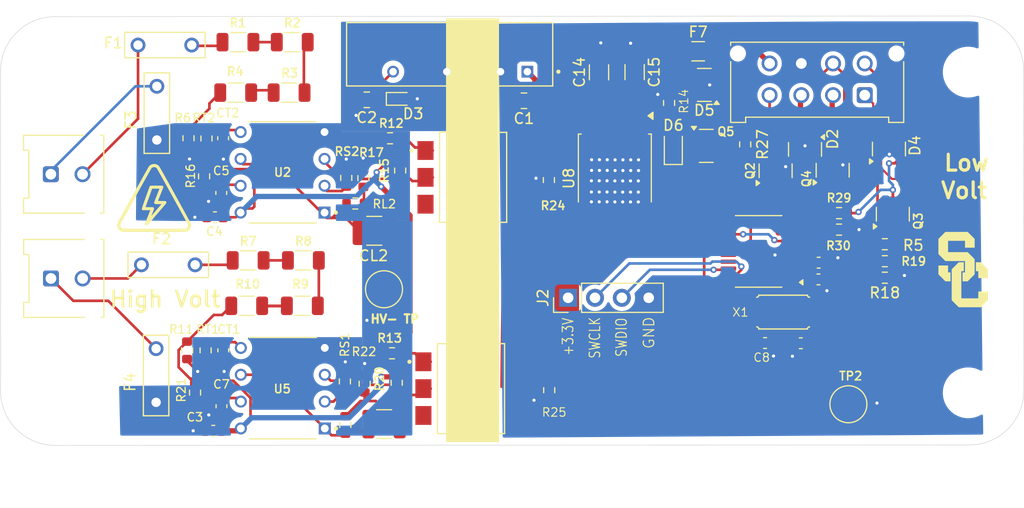
<source format=kicad_pcb>
(kicad_pcb (version 20241229) (generator "pcbnew") (generator_version "9.0")
  (layers (0 "F.Cu" signal) (2 "B.Cu" signal) (13 "F.Paste" user) (15 "B.Paste" user) (5 "F.SilkS" user "F.Silkscreen") (7 "B.SilkS" user "B.Silkscreen") (1 "F.Mask" user) (3 "B.Mask" user) (25 "Edge.Cuts" user))
  (net 0 "")
  (net 1 "Net-(R3-Pad2)")
  (net 2 "Net-(R16-Pad1)")
  (net 3 "Net-(R2-Pad2)")
  (net 4 "Net-(R1-Pad2)")
  (net 5 "/HV+_postAIR")
  (net 6 "SDCin")
  (net 7 "Net-(R7-Pad2)")
  (net 8 "/HV+_preAIR")
  (net 9 "Net-(R8-Pad2)")
  (net 10 "Net-(R10-Pad1)")
  (net 11 "CHG")
  (net 12 "Net-(R10-Pad2)")
  (net 13 "12V_HV")
  (net 14 "Net-(R13-Pad2)")
  (net 15 "AIR+_en")
  (net 16 "HV-")
  (net 17 "Net-(R12-Pad2)")
  (net 18 "Net-(U2-FOUT)")
  (net 19 "Pre_en_gate")
  (net 20 "Net-(U2-RC)")
  (net 21 "Net-(U5-RC)")
  (net 22 "Net-(U2-IREF)")
  (net 23 "Net-(U5-IREF)")
  (net 24 "Net-(U2-IOUT)")
  (net 25 "Net-(U5-IOUT)")
  (net 26 "Net-(U2-COMPIN)")
  (net 27 "AIR+_en_gate")
  (net 28 "GLV+")
  (net 29 "f_preAIR")
  (net 30 "f_postAIR")
  (net 31 "Net-(U5-COMPIN)")
  (net 32 "Net-(U5-FOUT)")
  (net 33 "Pre_en")
  (net 34 "GLV-")
  (net 35 "Precharge_Fault")
  (net 36 "Net-(Molex1-Pin_1)")
  (net 37 "Net-(Molex1-Pin_2)")
  (net 38 "Net-(Molex2-Pin_2)")
  (net 39 "Net-(Molex2-Pin_1)")
  (net 42 "Net-(CL2-Pad2)")
  (net 43 "Net-(CL1-Pad2)")
  (net 44 "Net-(U7-PC14)")
  (net 45 "Net-(U7-PC15)")
  (net 46 "3.3 V")
  (net 47 "Pre_GLV+")
  (net 48 "SWCLK")
  (net 50 "SWDIO")
  (net 51 "Net-(U7-PA5)")
  (net 53 "unconnected-(U7-PA8-Pad15)")
  (net 56 "Net-(U7-PA3)")
  (net 57 "Charge_on")
  (net 58 "Net-(Q5-G)")
  (net 59 "Net-(J1-Pin_8)")
  (net 61 "Net-(U7-PA2)")
  (footprint "Resistor_SMD:R_0603_1608Metric" (layer "F.Cu") (at 181.62 129.01)
    (property "Reference" "R29")
    (property "Value" "33k")
  )
  (footprint "Capacitor_SMD:C_0603_1608Metric" (layer "F.Cu") (at 122.4175 149.6025 180)
    (property "Reference" "C3")
    (property "Value" "100nF")
  )
  (footprint "Package_TO_SOT_SMD:SOT-23" (layer "F.Cu") (at 175.6175 125.0025 90)
    (property "Reference" "Q2")
    (property "Value" "AO3400A")
  )
  (footprint "TestPoint:TestPoint_Pad_D3.0mm" (layer "F.Cu") (at 182.505 147.09)
    (property "Reference" "TP2")
    (property "Value" "TestPoint")
  )
  (footprint "footprints:CONV_TBA_1-1212E" (layer "F.Cu") (at 144.78 113.98 180)
    (property "Reference" "PS1" (hide yes))
    (property "Value" "TBA_1-1212E")
  )
  (footprint "Capacitor_SMD:C_0603_1608Metric" (layer "F.Cu") (at 123.175 127.1 -90)
    (property "Reference" "C5")
    (property "Value" "100nF")
  )
  (footprint "Resistor_SMD:R_0603_1608Metric" (layer "F.Cu") (at 139.77 145.06 -90)
    (property "Reference" "R20")
    (property "Value" "10k")
  )
  (footprint "Capacitor_SMD:C_0603_1608Metric" (layer "F.Cu") (at 123.1925 147.2775 -90)
    (property "Reference" "C7")
    (property "Value" "100nF")
  )
  (footprint "Capacitor_SMD:C_0603_1608Metric" (layer "F.Cu") (at 179.69 133.7)
    (property "Reference" "C9" (hide yes))
    (property "Value" "100nF")
  )
  (footprint "HV_Fuse:FUSE_BK_PCS" (layer "F.Cu") (at 117.01 144.37 90)
    (property "Reference" "F4")
    (property "Value" "750mA")
  )
  (footprint "Package_TO_SOT_SMD:SOT-23" (layer "F.Cu") (at 186.7075 129.11 90)
    (property "Reference" "Q3")
    (property "Value" "AO3401A")
  )
  (footprint "Resistor_SMD:R_0603_1608Metric" (layer "F.Cu") (at 136.625 125.7 90)
    (property "Reference" "R17")
    (property "Value" "47")
  )
  (footprint "Resistor_SMD:R_0603_1608Metric" (layer "F.Cu") (at 119.9425 141.99 -90)
    (property "Reference" "R11")
    (property "Value" "25k")
  )
  (footprint "HV_Fuse:FUSE_BK_PCS" (layer "F.Cu") (at 117.08 119.55 90)
    (property "Reference" "F3")
    (property "Value" "750mA")
  )
  (footprint "MountingHole:MountingHole_4.3mm_M4" (layer "F.Cu") (at 193.84 146.01)
    (property "Reference" "H4" (hide yes))
    (property "Value" "MountingHole")
  )
  (footprint "Package_TO_SOT_SMD:SOT-23" (layer "F.Cu") (at 181.015 124.9525 90)
    (property "Reference" "Q4")
    (property "Value" "AO3400A")
  )
  (footprint "Capacitor_SMD:C_1210_3225Metric" (layer "F.Cu") (at 137.65 130.68)
    (property "Reference" "CL2")
    (property "Value" "ECPU1C105MA5")
  )
  (footprint "Capacitor_SMD:C_0805_2012Metric" (layer "F.Cu") (at 136.94 118.29 180)
    (property "Reference" "C2")
    (property "Value" "0.47uF")
  )
  (footprint "Resistor_SMD:R_0603_1608Metric" (layer "F.Cu") (at 165.54 118.59 90)
    (property "Reference" "R14")
    (property "Value" "47k")
  )
  (footprint "Package_TO_SOT_SMD:SOT-23" (layer "F.Cu") (at 178.4 122.9825 -90)
    (property "Reference" "D2")
    (property "Value" "MMBZxx")
  )
  (footprint "Resistor_SMD:R_1206_3216Metric" (layer "F.Cu") (at 125.7175 133.48)
    (property "Reference" "R7")
    (property "Value" "210k")
  )
  (footprint "MountingHole:MountingHole_4.3mm_M4" (layer "F.Cu") (at 193.84 115.67)
    (property "Reference" "H2" (hide yes))
    (property "Value" "MountingHole")
  )
  (footprint "Resistor_SMD:R_0603_1608Metric" (layer "F.Cu") (at 154.17 125.88 -90)
    (property "Reference" "R24")
    (property "Value" "1k")
  )
  (footprint "LOGO" (layer "F.Cu") (at 193.35 134.35)
    (property "Reference" "G***" (hide yes))
    (property "Value" "LOGO" (hide yes))
  )
  (footprint "Package_TO_SOT_SMD:SOT-23" (layer "F.Cu") (at 168.8725 116.88 180)
    (property "Reference" "D5")
    (property "Value" "MMBZxx")
  )
  (footprint "HV_Fuse:FUSE_BK_PCS" (layer "F.Cu") (at 118.16 133.9)
    (property "Reference" "F2")
    (property "Value" "750mA")
  )
  (footprint "footprints:DIP794W45P254L959H508Q8" (layer "F.Cu") (at 128.975 125.15 180)
    (property "Reference" "U2")
    (property "Value" "LM331")
  )
  (footprint "Capacitor_SMD:C_0603_1608Metric" (layer "F.Cu") (at 179.67 135.28 180)
    (property "Reference" "C10" (hide yes))
    (property "Value" "4.7uF")
  )
  (footprint "Resistor_SMD:R_0603_1608Metric" (layer "F.Cu") (at 121.775 121.95 -90)
    (property "Reference" "RT2")
    (property "Value" "0603WAF6801T5E")
  )
  (footprint "Resistor_SMD:R_0603_1608Metric" (layer "F.Cu") (at 172.74 122.51 90)
    (property "Reference" "R27")
    (property "Value" "47")
  )
  (footprint "Resistor_SMD:R_1206_3216Metric" (layer "F.Cu") (at 130.9425 133.48)
    (property "Reference" "R8")
    (property "Value" "210k")
  )
  (footprint "Resistor_SMD:R_1206_3216Metric" (layer "F.Cu") (at 124.7525 112.835)
    (property "Reference" "R1")
    (property "Value" "210k")
  )
  (footprint "Diode_SMD:D_SOD-523" (layer "F.Cu") (at 140.05 118.2)
    (property "Reference" "D3")
    (property "Value" "PESD15VS1UB")
  )
  (footprint "Resistor_SMD:R_0603_1608Metric" (layer "F.Cu") (at 139.14 121.93)
    (property "Reference" "R12")
    (property "Value" "4.7k")
  )
  (footprint "Resistor_SMD:R_0603_1608Metric" (layer "F.Cu") (at 181.62 130.57 180)
    (property "Reference" "R30")
    (property "Value" "10k")
  )
  (footprint "Diode_SMD:D_SOD-323" (layer "F.Cu") (at 165.94 122.8 90)
    (property "Reference" "D6")
    (property "Value" "BZT52C10S")
  )
  (footprint "Capacitor_SMD:C_0603_1608Metric" (layer "F.Cu") (at 174.62 141.3 180)
    (property "Reference" "C8")
    (property "Value" "20pF")
  )
  (footprint "Resistor_SMD:R_0603_1608Metric" (layer "F.Cu") (at 120.075 121.925 -90)
    (property "Reference" "R6")
    (property "Value" "25k")
  )
  (footprint "Resistor_SMD:R_1206_3216Metric" (layer "F.Cu") (at 125.58 137.78 180)
    (property "Reference" "R10")
    (property "Value" "210k")
  )
  (footprint "Resistor_SMD:R_0603_1608Metric" (layer "F.Cu") (at 134.91 149.05 90)
    (property "Reference" "RL1" (hide yes))
    (property "Value" "RC0603FR-07100KL")
  )
  (footprint "Resistor_SMD:R_0603_1608Metric" (layer "F.Cu") (at 120.6925 145.99 -90)
    (property "Reference" "R21")
    (property "Value" "100k")
  )
  (footprint "Resistor_SMD:R_1206_3216Metric" (layer "F.Cu") (at 129.59 117.61 180)
    (property "Reference" "R3")
    (property "Value" "210k")
  )
  (footprint "Capacitor_SMD:C_1206_3216Metric" (layer "F.Cu") (at 158.91 115.69 90)
    (property "Reference" "C14")
    (property "Value" "10uF")
  )
  (footprint "Capacitor_SMD:C_0603_1608Metric" (layer "F.Cu") (at 123.3675 141.99 -90)
    (property "Reference" "CT1")
    (property "Value" "C1608C0G1H103JT000N")
  )
  (footprint "Capacitor_SMD:C_0603_1608Metric" (layer "F.Cu") (at 122.575 129.4 180)
    (property "Reference" "C4")
    (property "Value" "100nF")
  )
  (footprint "Package_TO_SOT_SMD:SOT-23" (layer "F.Cu") (at 169.0525 122.65)
    (property "Reference" "Q5")
    (property "Value" "AO3401A")
  )
  (footprint "Resistor_SMD:R_0603_1608Metric" (layer "F.Cu") (at 154.2 145.76 -90)
    (property "Reference" "R25")
    (property "Value" "1k")
  )
  (footprint "Capacitor_SMD:C_0603_1608Metric" (layer "F.Cu") (at 178 141.32)
    (property "Reference" "C6" (hide yes))
    (property "Value" "20pF")
  )
  (footprint "Resistor_SMD:R_0603_1608Metric" (layer "F.Cu") (at 135 125.675 -90)
    (property "Reference" "RS2")
    (property "Value" "0603WAF1202T5E")
  )
  (footprint "LOGO" (layer "F.Cu") (at 116.82 127.57)
    (property "Reference" "G***" (hide yes))
    (property "Value" "LOGO" (hide yes))
  )
  (footprint "MountingHole:MountingHole_4.3mm_M4" (layer "F.Cu") (at 107.39 115.67)
    (property "Reference" "H1" (hide yes))
    (property "Value" "MountingHole")
  )
  (footprint "Capacitor_SMD:C_1206_3216Metric" (layer "F.Cu") (at 162.28 115.67 -90)
    (property "Reference" "C15")
    (property "Value" "10uF")
  )
  (footprint "Resistor_SMD:R_0603_1608Metric" (layer "F.Cu") (at 121.55 125.525 -90)
    (property "Reference" "R16")
    (property "Value" "100k")
  )
  (footprint "Resistor_SMD:R_0603_1608Metric" (layer "F.Cu") (at 185.95 133.56)
    (property "Reference" "R19")
    (property "Value" "33k")
  )
  (footprint "Resistor_SMD:R_0603_1608Metric" (layer "F.Cu") (at 185.95 135.12 180)
    (property "Reference" "R18")
    (property "Value" "10k")
  )
  (footprint "Resistor_SMD:R_1206_3216Metric" (layer "F.Cu") (at 129.89 112.835)
    (property "Reference" "R2")
    (property "Value" "210k")
  )
  (footprint "TestPoint:TestPoint_Pad_D3.0mm" (layer "F.Cu") (at 138.57 136.21)
    (property "Reference" "TP1" (hide yes))
    (property "Value" "TestPoint")
  )
  (footprint "Resistor_SMD:R_1206_3216Metric" (layer "F.Cu") (at 130.8425 137.78 180)
    (property "Reference" "R9")
    (property "Value" "210k")
  )
  (footprint "Package_TO_SOT_SMD:SOT-23" (layer "F.Cu") (at 186.34 122.95 90)
    (property "Reference" "D4")
    (property "Value" "MMBZxx")
  )
  (footprint "Connector_Molex:Molex_Micro-Fit_3.0_43045-0212_2x01_P3.00mm_Vertical" (layer "F.Cu") (at 107.06 135.19 90)
    (property "Reference" "Molex2" (hide yes))
    (property "Value" "043045-0212")
  )
  (footprint "Resistor_SMD:R_0603_1608Metric" (layer "F.Cu") (at 135.85 128.1)
    (property "Reference" "RL2")
    (property "Value" "RC0603FR-07100KL")
  )
  (footprint "MountingHole:MountingHole_4.3mm_M4" (layer "F.Cu") (at 107.39 146.01)
    (property "Reference" "H3" (hide yes))
    (property "Value" "MountingHole")
  )
  (footprint "Package_TO_SOT_SMD:TO-252-2" (layer "F.Cu") (at 160.4075 124.84 -90)
    (property "Reference" "U8")
    (property "Value" "UA78M33QDCYRQ1")
  )
  (footprint "Resistor_SMD:R_0603_1608Metric" (layer "F.Cu") (at 134.87 144.93 -90)
    (property "Reference" "RS1")
    (property "Value" "0603WAF1202T5E")
  )
  (footprint "Resistor_SMD:R_0603_1608Metric" (layer "F.Cu") (at 185.95 131.95 180)
    (property "Reference" "R5")
    (property "Value" "10k")
  )
  (footprint "Package_SO:TSSOP-20_4.4x6.5mm_P0.65mm" (layer "F.Cu") (at 174.0125 132.63 180)
    (property "Reference" "U7" (hide yes))
    (property "Value" "STM32C011F6P6")
  )
  (footprint "Resistor_SMD:R_0603_1608Metric" (layer "F.Cu") (at 139.33 142.27)
    (property "Reference" "R13")
    (property "Value" "4.7k")
  )
  (footprint "Capacitor_SMD:C_1210_3225Metric" (layer "F.Cu") (at 138.5775 148.97)
    (property "Reference" "CL1" (hide yes))
    (property "Value" "ECPU1C105MA5")
  )
  (footprint "HV_Fuse:FUSE_BK_PCS" (layer "F.Cu") (at 117.84 113.11)
    (property "Reference" "F1")
    (property "Value" "750mA")
  )
  (footprint "Resistor_SMD:R_0603_1608Metric" (layer "F.Cu") (at 136.74 145.15 90)
    (property "Reference" "R22")
    (property "Value" "47")
  )
  (footprint "Connector_Molex:Molex_Micro-Fit_3.0_43045-0812_2x04_P3.00mm_Vertical" (layer "F.Cu") (at 184.05 117.85 180)
    (property "Reference" "J1" (hide yes))
    (property "Value" "0430450812")
  )
  (footprint "Fuse:Fuse_1206_3216Metric_Pad1.42x1.75mm_HandSolder" (layer "F.Cu") (at 168.29 113.7)
    (property "Reference" "F7")
    (property "Value" "BORN SMD1206-050/30N")
  )
  (footprint "Capacitor_SMD:C_0603_1608Metric" (layer "F.Cu") (at 123.35 121.925 -90)
    (property "Reference" "CT2")
    (property "Value" "C1608C0G1H103JT000N")
  )
  (footprint "Crystal_Oscillator:OSCCC500X320X135" (layer "F.Cu") (at 176.33 138.37)
    (property "Reference" "X1")
    (property "Value" "X50328MSB2GI")
  )
  (footprint "Precharge:IC_H11L1SM" (layer "F.Cu") (at 146.8025 145.6125)
    (property "Reference" "U4")
    (property "Value" "H11L1")
  )
  (footprint "Connector_Molex:Molex_Micro-Fit_3.0_43045-0212_2x01_P3.00mm_Vertical" (layer "F.Cu") (at 107.05 125.33 90)
    (property "Reference" "Molex1" (hide yes))
    (property "Value" "043045-0212")
  )
  (footprint "Precharge:IC_H11L1SM" (layer "F.Cu") (at 147 125.625)
    (property "Reference" "U1")
    (property "Value" "H11L1")
  )
  (footprint "Resistor_SMD:R_0603_1608Metric" (layer "F.Cu") (at 121.6925 141.99 -90)
    (property "Reference" "RT1")
    (property "Value" "0603WAF6801T5E")
  )
  (footprint "Resistor_SMD:R_1206_3216Metric" (layer "F.Cu") (at 124.54 117.61 180)
    (property "Reference" "R4")
    (property "Value" "210k")
  )
  (footprint "Connector_PinHeader_2.54mm:PinHeader_1x04_P2.54mm_Vertical" (layer "F.Cu") (at 155.99 137.02 90)
    (property "Reference" "J2")
    (property "Value" "Conn_01x04_Pin")
  )
  (footprint "footprints:DIP794W45P254L959H508Q8" (layer "F.Cu") (at 128.9975 145.57 180)
    (property "Reference" "U5")
    (property "Value" "LM331")
  )
  (footprint "Capacitor_SMD:C_0805_2012Metric" (layer "F.Cu") (at 151.81 118.38 180)
    (property "Reference" "C1")
    (property "Value" "22uF")
  )
  (footprint "Resistor_SMD:R_0603_1608Metric" (layer "F.Cu") (at 140.1 124.98 -90)
    (property "Reference" "R15")
    (property "Value" "10k")
  )
  (gr_rect (start 144.4875 110.63) (end 149.4 150.62) (stroke (width 0.1)) (fill yes) (layer "F.SilkS"))
  (gr_line (start 107.439058 150.979529) (end 193.959529 150.939529) (stroke (width 0.05)) (layer "Edge.Cuts"))
  (gr_line (start 193.950471 110.359529) (end 107.44 110.42) (stroke (width 0.05)) (layer "Edge.Cuts"))
  (gr_arc (start 107.439058 150.979529) (mid 103.804521 149.474066) (end 102.299058 145.839529) (stroke (width 0.05)) (layer "Edge.Cuts"))
  (gr_arc (start 199.099529 145.799529) (mid 197.594066 149.434066) (end 193.959529 150.939529) (stroke (width 0.05)) (layer "Edge.Cuts"))
  (gr_arc (start 102.294529 115.564529) (mid 103.8 111.93) (end 107.434529 110.424529) (stroke (width 0.05)) (layer "Edge.Cuts"))
  (gr_line (start 199.099529 145.799529) (end 199.085 115.504058) (stroke (width 0.05)) (layer "Edge.Cuts"))
  (gr_arc (start 193.945 110.364058) (mid 197.579529 111.869529) (end 199.085 115.504058) (stroke (width 0.05)) (layer "Edge.Cuts"))
  (gr_line (start 102.294529 115.564529) (end 102.299058 145.839529) (stroke (width 0.05)) (layer "Edge.Cuts"))
  (gr_text "High Volt" (at 112.48 138.03 0) (layer "F.SilkS") (effects (font (size 1.5 1.5) (thickness 0.25)) (justify left bottom)))
  (gr_text "+3.3V" (at 156.56 142.55 90) (layer "F.SilkS") (effects (font (size 1 0.8) (thickness 0.1)) (justify left bottom)))
  (gr_text "GND" (at 164.22 141.92 90) (layer "F.SilkS") (effects (font (size 1 1) (thickness 0.1)) (justify left bottom)))
  (gr_text "SWCLK" (at 159.1 142.83 90) (layer "F.SilkS") (effects (font (size 1 0.8) (thickness 0.1)) (justify left bottom)))
  (gr_text "Low" (at 191.4 125.14 0) (layer "F.SilkS") (effects (font (size 1.5 1.5) (thickness 0.3)) (justify left bottom)))
  (gr_text "SWDIO\n" (at 161.62 142.67 90) (layer "F.SilkS") (effects (font (size 1 0.8) (thickness 0.1)) (justify left bottom)))
  (gr_text "Volt" (at 191.11 127.75 0) (layer "F.SilkS") (effects (font (size 1.5 1.5) (thickness 0.3)) (justify left bottom)))
  (gr_text "HV- TP" (at 137.19 139.49 0) (layer "F.SilkS") (effects (font (size 0.8 0.8) (thickness 0.2) (bold yes)) (justify left bottom)))
  (segment (start 126.165 117.385) (end 128.4275 117.385) (width 0.25) (layer "F.Cu") (net 1))
  (segment (start 120.075 121.1) (end 122.0525 119.1225) (width 0.25) (layer "F.Cu") (net 2))
  (segment (start 120.1 124.7) (end 118.9 123.5) (width 0.25) (layer "F.Cu") (net 2))
  (segment (start 119.625 121.1) (end 120.075 121.1) (width 0.25) (layer "F.Cu") (net 2))
  (segment (start 118.9 123.5) (end 118.9 121.825) (width 0.25) (layer "F.Cu") (net 2))
  (segment (start 118.9 121.825) (end 119.625 121.1) (width 0.25) (layer "F.Cu") (net 2))
  (segment (start 121.55 124.7) (end 120.1 124.7) (width 0.25) (layer "F.Cu") (net 2))
  (segment (start 122.0525 118.635) (end 122.0525 119.1225) (width 0.25) (layer "F.Cu") (net 2))
  (segment (start 123.0775 117.61) (end 122.0525 118.635) (width 0.25) (layer "F.Cu") (net 2))
  (segment (start 130.99 117.31) (end 131.065 117.385) (width 0.25) (layer "F.Cu") (net 3))
  (segment (start 130.99 112.835) (end 130.99 117.31) (width 0.25) (layer "F.Cu") (net 3))
  (segment (start 126.215 112.835) (end 128.4275 112.835) (width 0.25) (layer "F.Cu") (net 4))
  (segment (start 120.515 113.185) (end 122.94 113.185) (width 0.25) (layer "F.Cu") (net 5))
  (segment (start 187.6575 130.0475) (end 186.775 130.93) (width 0.2) (layer "F.Cu") (net 6))
  (segment (start 185.39 123.8875) (end 185.599 124.0965) (width 0.2) (layer "F.Cu") (net 6))
  (segment (start 187.801 126.571057) (end 187.801 129.014) (width 0.2) (layer "F.Cu") (net 6))
  (segment (start 187.801 129.014) (end 187.6575 129.1575) (width 0.2) (layer "F.Cu") (net 6))
  (segment (start 184.85 118.65) (end 184.85 121.233032) (width 0.2) (layer "F.Cu") (net 6))
  (segment (start 184.85 121.233032) (end 185.41 121.793032) (width 0.2) (layer "F.Cu") (net 6))
  (segment (start 186.775 130.93) (end 186.775 133.56) (width 0.2) (layer "F.Cu") (net 6))
  (segment (start 185.599 124.0965) (end 185.599 124.749) (width 0.2) (layer "F.Cu") (net 6))
  (segment (start 185.41 121.793032) (end 185.41 123.693032) (width 0.2) (layer "F.Cu") (net 6))
  (segment (start 187.6575 129.1575) (end 187.6575 130.0475) (width 0.2) (layer "F.Cu") (net 6))
  (segment (start 186.63 125.78) (end 187.009943 125.78) (width 0.2) (layer "F.Cu") (net 6))
  (segment (start 184.05 117.85) (end 184.85 118.65) (width 0.2) (layer "F.Cu") (net 6))
  (segment (start 187.009943 125.78) (end 187.801 126.571057) (width 0.2) (layer "F.Cu") (net 6))
  (segment (start 185.599 124.749) (end 186.63 125.78) (width 0.2) (layer "F.Cu") (net 6))
  (segment (start 127.18 133.48) (end 129.48 133.48) (width 0.25) (layer "F.Cu") (net 7))
  (segment (start 120.7 133.9) (end 123.835 133.9) (width 0.25) (layer "F.Cu") (net 8))
  (segment (start 123.835 133.9) (end 124.255 133.48) (width 0.25) (layer "F.Cu") (net 8))
  (segment (start 132.405 137.68) (end 132.305 137.78) (width 0.25) (layer "F.Cu") (net 9))
  (segment (start 132.405 133.48) (end 132.405 137.68) (width 0.25) (layer "F.Cu") (net 9))
  (segment (start 127.655 137.805) (end 129.355 137.805) (width 0.25) (layer "F.Cu") (net 10))
  (segment (start 127.0425 137.78) (end 129.38 137.78) (width 0.25) (layer "F.Cu") (net 10))
  (segment (start 129.355 137.805) (end 129.38 137.78) (width 0.25) (layer "F.Cu") (net 10))
  (segment (start 186.8775 124.3) (end 186.35 124.3) (width 0.25) (layer "F.Cu") (net 11))
  (segment (start 183.35 129.01) (end 183.46 128.9) (width 0.25) (layer "F.Cu") (net 11))
  (segment (start 187.31 118.11) (end 187.31 123.693032) (width 0.25) (layer "F.Cu") (net 11))
  (segment (start 186.71 126.81) (end 186.71 127.28) (width 0.25) (layer "F.Cu") (net 11))
  (segment (start 187.29 123.8875) (end 186.8775 124.3) (width 0.25) (layer "F.Cu") (net 11))
  (segment (start 184.05 114.85) (end 187.31 118.11) (width 0.25) (layer "F.Cu") (net 11))
  (segment (start 182.445 129.01) (end 183.35 129.01) (width 0.25) (layer "F.Cu") (net 11))
  (segment (start 186.71 127.28) (end 186.7075 127.2825) (width 0.25) (layer "F.Cu") (net 11))
  (segment (start 186.7075 127.2825) (end 186.7075 128.1725) (width 0.25) (layer "F.Cu") (net 11))
  (via (at 183.46 128.9) (size 0.6) (drill 0.3) (layers "F.Cu" "B.Cu") (net 11))
  (via (at 186.71 126.81) (size 0.6) (drill 0.3) (layers "F.Cu" "B.Cu") (net 11))
  (via (at 186.35 124.3) (size 0.6) (drill 0.3) (layers "F.Cu" "B.Cu") (net 11))
  (segment (start 186.35 125.97) (end 186.35 124.3) (width 0.25) (layer "B.Cu") (net 11))
  (segment (start 185.55 126.81) (end 186.71 126.81) (width 0.25) (layer "B.Cu") (net 11))
  (segment (start 183.46 128.9) (end 185.55 126.81) (width 0.25) (layer "B.Cu") (net 11))
  (segment (start 186.71 126.33) (end 186.35 125.97) (width 0.25) (layer "B.Cu") (net 11))
  (segment (start 186.71 126.81) (end 186.71 126.33) (width 0.25) (layer "B.Cu") (net 11))
  (segment (start 120.6925 144.665) (end 120.2175 144.665) (width 0.25) (layer "F.Cu") (net 12))
  (segment (start 123.255 138.6425) (end 124.1175 137.78) (width 0.25) (layer "F.Cu") (net 12))
  (segment (start 120.5425 144.99) (end 120.5425 145.015) (width 0.25) (layer "F.Cu") (net 12))
  (segment (start 119.1425 143.59) (end 120.5425 144.99) (width 0.25) (layer "F.Cu") (net 12))
  (segment (start 119.1425 141.965) (end 119.9425 141.165) (width 0.25) (layer "F.Cu") (net 12))
  (segment (start 119.9425 141.165) (end 122.465 138.6425) (width 0.25) (layer "F.Cu") (net 12))
  (segment (start 122.465 138.6425) (end 123.255 138.6425) (width 0.25) (layer "F.Cu") (net 12))
  (segment (start 120.5425 145.015) (end 120.6925 145.165) (width 0.25) (layer "F.Cu") (net 12))
  (segment (start 119.1425 143.59) (end 119.1425 141.965) (width 0.25) (layer "F.Cu") (net 12))
  (segment (start 121.775 123.375) (end 123.25 124.85) (width 0.25) (layer "F.Cu") (net 13))
  (segment (start 126.12 128.57) (end 125.395 128.57) (width 0.25) (layer "F.Cu") (net 13))
  (segment (start 140.490196 140.284804) (end 141.030196 140.284804) (width 0.5) (layer "F.Cu") (net 13))
  (segment (start 123.3425 144.865) (end 124.311151 144.865) (width 0.25) (layer "F.Cu") (net 13))
  (segment (start 137.9775 117.0825) (end 139.43 115.63) (width 0.25) (layer "F.Cu") (net 13))
  (segment (start 140.1 124.155) (end 138.87 124.155) (width 0.25) (layer "F.Cu") (net 13))
  (segment (start 138.3 126.5) (end 141.030196 129.230196) (width 0.5) (layer "F.Cu") (net 13))
  (segment (start 123.35 129.4) (end 124.565 129.4) (width 0.25) (layer "F.Cu") (net 13))
  (segment (start 139.77 143.535) (end 138.505 142.27) (width 0.5) (layer "F.Cu") (net 13))
  (segment (start 138.305 121.94) (end 138.315 121.93) (width 0.25) (layer "F.Cu") (net 13))
  (segment (start 121.6925 143.215) (end 123.3425 144.865) (width 0.25) (layer "F.Cu") (net 13))
  (segment (start 126.3 128.39) (end 126.12 128.57) (width 0.25) (layer "F.Cu") (net 13))
  (segment (start 125.9425 148.465) (end 125.0275 149.38) (width 0.25) (layer "F.Cu") (net 13))
  (segment (start 138.315 121.93) (end 140.1 123.715) (width 0.25) (layer "F.Cu") (net 13))
  (segment (start 123.1925 149.6025) (end 124.805 149.6025) (width 0.5) (layer "F.Cu") (net 13))
  (segment (start 138.87 124.155) (end 137.875 125.15) (width 0.25) (layer "F.Cu") (net 13))
  (segment (start 139.505 144.5) (end 139.77 144.235) (width 0.5) (layer "F.Cu") (net 13))
  (segment (start 121.6925 142.815) (end 121.6925 143.215) (width 0.25) (layer "F.Cu") (net 13))
  (segment (start 121.775 122.775) (end 121.775 123.375) (width 0.25) (layer "F.Cu") (net 13))
  (segment (start 123.25 124.85) (end 126.3 124.85) (width 0.25) (layer "F.Cu") (net 13))
  (segment (start 139.35 120.895) (end 138.315 121.93) (width 0.25) (layer "F.Cu") (net 13))
  (segment (start 138.3 144.5) (end 139.505 144.5) (width 0.5) (layer "F.Cu") (net 13))
  (segment (start 125.395 128.57) (end 125.005 128.96) (width 0.25) (layer "F.Cu") (net 13))
  (segment (start 138.505 142.27) (end 140.490196 140.284804) (width 0.5) (layer "F.Cu") (net 13))
  (segment (start 139.26 118.29) (end 139.35 118.2) (width 0.25) (layer "F.Cu") (net 13))
  (segment (start 141.030196 129.230196) (end 141.030196 140.284804) (width 0.5) (layer "F.Cu") (net 13))
  (segment (start 139.77 144.235) (end 139.77 143.535) (width 0.5) (layer "F.Cu") (net 13))
  (segment (start 137.9775 118.29) (end 137.9775 117.0825) (width 0.25) (layer "F.Cu") (net 13))
  (segment (start 124.805 149.6025) (end 125.0275 149.38) (width 0.5) (layer "F.Cu") (net 13))
  (segment (start 140.1 123.715) (end 140.1 124.155) (width 0.25) (layer "F.Cu") (net 13))
  (segment (start 139.35 118.2) (end 139.35 120.895) (width 0.25) (layer "F.Cu") (net 13))
  (segment (start 126.3 124.85) (end 126.3 128.39) (width 0.25) (layer "F.Cu") (net 13))
  (segment (start 125.9425 146.496349) (end 125.9425 148.465) (width 0.25) (layer "F.Cu") (net 13))
  (segment (start 124.311151 144.865) (end 125.9425 146.496349) (width 0.25) (layer "F.Cu") (net 13))
  (segment (start 137.89 118.29) (end 139.26 118.29) (width 0.25) (layer "F.Cu") (net 13))
  (via (at 138.3 144.5) (size 0.6) (drill 0.3) (layers "F.Cu" "B.Cu") (net 13))
  (via (at 137.875 125.15) (size 0.6) (drill 0.3) (layers "F.Cu" "B.Cu") (net 13))
  (via (at 138.3 126.5) (size 0.6) (drill 0.3) (layers "F.Cu" "B.Cu") (net 13))
  (segment (start 126.529 127.436) (end 125.005 128.96) (width 0.5) (layer "B.Cu") (net 13))
  (segment (start 135.2725 148.365) (end 126.0425 148.365) (width 0.5) (layer "B.Cu") (net 13))
  (segment (start 138.3 126.5) (end 137.65 125.85) (width 0.5) (layer "B.Cu") (net 13))
  (segment (start 137.875 125.525) (end 137.65 125.75) (width 0.5) (layer "B.Cu") (net 13))
  (segment (start 135.964 127.436) (end 126.529 127.436) (width 0.5) (layer "B.Cu") (net 13))
  (segment (start 126.0425 148.365) (end 125.0275 149.38) (width 0.5) (layer "B.Cu") (net 13))
  (segment (start 137.65 125.85) (end 137.65 125.75) (width 0.5) (layer "B.Cu") (net 13))
  (segment (start 137.875 125.15) (end 137.875 125.525) (width 0.5) (layer "B.Cu") (net 13))
  (segment (start 137.65 125.75) (end 135.964 127.436) (width 0.5) (layer "B.Cu") (net 13))
  (segment (start 138.3 144.5) (end 138.3 145.3375) (width 0.5) (layer "B.Cu") (net 13))
  (segment (start 138.3 145.3375) (end 135.2725 148.365) (width 0.5) (layer "B.Cu") (net 13))
  (segment (start 140.155 142.27) (end 141.495 142.27) (width 0.25) (layer "F.Cu") (net 14))
  (segment (start 141.495 142.27) (end 142.2975 143.0725) (width 0.25) (layer "F.Cu") (net 14))
  (segment (start 142.9925 143.0725) (end 142.8075 142.8875) (width 0.25) (layer "F.Cu") (net 14))
  (segment (start 177.45 122.2325) (end 175.6175 124.065) (width 0.5) (layer "F.Cu") (net 15))
  (segment (start 177.9675 121.5275) (end 177.45 122.045) (width 0.5) (layer "F.Cu") (net 15))
  (segment (start 177.9675 117.8725) (end 177.9675 121.5275) (width 0.5) (layer "F.Cu") (net 15))
  (segment (start 121.6425 149.6025) (end 120.5175 149.6025) (width 0.5) (layer "F.Cu") (net 16))
  (segment (start 123.3675 142.765) (end 123.3675 143.915) (width 0.25) (layer "F.Cu") (net 16))
  (segment (start 123.35 123.875) (end 123.375 123.9) (width 0.25) (layer "F.Cu") (net 16))
  (segment (start 140.75 118.2) (end 141.71 118.2) (width 0.25) (layer "F.Cu") (net 16))
  (segment (start 122 127.875) (end 121.975 127.9) (width 0.25) (layer "F.Cu") (net 16))
  (segment (start 137.83 136.21) (end 137.83 138.27) (width 0.25) (layer "F.Cu") (net 16))
  (segment (start 122.0425 148.0525) (end 121.9925 148.1025) (width 0.25) (layer "F.Cu") (net 16))
  (segment (start 119.9425 142.815) (end 119.9425 142.99) (width 0.25) (layer "F.Cu") (net 16))
  (segment (start 119.9425 142.99) (end 120.9425 143.99) (width 0.25) (layer "F.Cu") (net 16))
  (segment (start 136.625 123.825) (end 136.6 123.8) (width 0.25) (layer "F.Cu") (net 16))
  (segment (start 135.93 119.76) (end 135.93 118.3175) (width 0.25) (layer "F.Cu") (net 16))
  (segment (start 141.71 118.2) (end 141.72 118.19) (width 0.25) (layer "F.Cu") (net 16))
  (segment (start 136.74 144.1775) (end 136.74 143.24) (width 0.25) (layer "F.Cu") (net 16))
  (segment (start 120.075 122.75) (end 120.075 123.791116) (width 0.25) (layer "F.Cu") (net 16))
  (segment (start 134.87 143.12) (end 134.91 143.08) (width 0.25) (layer "F.Cu") (net 16))
  (segment (start 135.93 118.3175) (end 135.9025 118.29) (width 0.25) (layer "F.Cu") (net 16))
  (segment (start 136.85 144.2875) (end 136.74 144.1775) (width 0.25) (layer "F.Cu") (net 16))
  (segment (start 136.625 124.875) (end 136.625 123.825) (width 0.25) (layer "F.Cu") (net 16))
  (segment (start 123.175 127.875) (end 122 127.875) (width 0.25) (layer "F.Cu") (net 16))
  (segment (start 121.8 129.4) (end 120.675 129.4) (width 0.25) (layer "F.Cu") (net 16))
  (segment (start 123.35 122.7) (end 123.35 123.875) (width 0.25) (layer "F.Cu") (net 16))
  (segment (start 123.1925 148.0525) (end 122.0425 148.0525) (width 0.25) (layer "F.Cu") (net 16))
  (segment (start 134.87 144.105) (end 134.87 143.12) (width 0.25) (layer "F.Cu") (net 16))
  (segment (start 135 124.85) (end 135 123.9) (width 0.25) (layer "F.Cu") (net 16))
  (segment (start 137.83 138.27) (end 136.95 139.15) (width 0.25) (layer "F.Cu") (net 16))
  (segment (start 120.075 123.791116) (end 120.172275 123.888391) (width 0.25) (layer "F.Cu") (net 16))
  (segment (start 123.3675 143.915) (end 123.4425 143.99) (width 0.25) (layer "F.Cu") (net 16))
  (via (at 121.975 127.9) (size 0.6) (drill 0.3) (layers "F.Cu" "B.Cu") (net 16))
  (via (at 135.93 119.76) (size 0.6) (drill 0.3) (layers "F.Cu" "B.Cu") (net 16))
  (via (at 121.9925 148.1025) (size 0.6) (drill 0.3) (layers "F.Cu" "B.Cu") (net 16))
  (via (at 136.74 143.24) (size 0.6) (drill 0.3) (layers "F.Cu" "B.Cu") (net 16))
  (via (at 136.95 139.15) (size 0.6) (drill 0.3) (layers "F.Cu" "B.Cu") (net 16))
  (via (at 123.4425 143.99) (size 0.6) (drill 0.3) (layers "F.Cu" "B.Cu") (net 16))
  (via (at 120.172275 123.888391) (size 0.6) (drill 0.3) (layers "F.Cu" "B.Cu") (net 16))
  (via (at 120.5175 149.6025) (size 0.6) (drill 0.3) (layers "F.Cu" "B.Cu") (net 16))
  (via (at 134.91 143.08) (size 0.6) (drill 0.3) (layers "F.Cu" "B.Cu") (net 16))
  (via (at 123.375 123.9) (size 0.6) (drill 0.3) (layers "F.Cu" "B.Cu") (net 16))
  (via (at 120.675 129.4) (size 0.6) (drill 0.3) (layers "F.Cu" "B.Cu") (net 16))
  (via (at 120.9425 143.99) (size 0.6) (drill 0.3) (layers "F.Cu" "B.Cu") (net 16))
  (via (at 141.72 118.19) (size 0.6) (drill 0.3) (layers "F.Cu" "B.Cu") (net 16))
  (via (at 136.6 123.8) (size 0.6) (drill 0.3) (layers "F.Cu" "B.Cu") (net 16))
  (via (at 135 123.9) (size 0.6) (drill 0.3) (layers "F.Cu" "B.Cu") (net 16))
  (segment (start 141.5 122.8) (end 140.63 121.93) (width 0.25) (layer "F.Cu") (net 17))
  (segment (start 140.63 121.93) (end 139.965 121.93) (width 0.25) (layer "F.Cu") (net 17))
  (segment (start 141.5 122.8) (end 142.905 122.8) (width 0.25) (layer "F.Cu") (net 17))
  (segment (start 142.905 122.8) (end 143.19 123.085) (width 0.25) (layer "F.Cu") (net 17))
  (segment (start 133.17 124.38) (end 134.565 125.775) (width 0.25) (layer "F.Cu") (net 18))
  (segment (start 134.565 125.775) (end 141.05 125.775) (width 0.25) (layer "F.Cu") (net 18))
  (segment (start 141.05 125.775) (end 141.25 125.975) (width 0.25) (layer "F.Cu") (net 18))
  (segment (start 142.84 125.975) (end 143.19 125.625) (width 0.25) (layer "F.Cu") (net 18))
  (segment (start 141.25 125.975) (end 142.84 125.975) (width 0.25) (layer "F.Cu") (net 18))
  (segment (start 178.676798 127.278202) (end 177.959072 127.278202) (width 0.25) (layer "F.Cu") (net 19))
  (segment (start 175.830298 131.005) (end 176.875 131.005) (width 0.25) (layer "F.Cu") (net 19))
  (segment (start 175.759298 129.477976) (end 175.759298 130.934) (width 0.25) (layer "F.Cu") (net 19))
  (segment (start 176.87 131.01) (end 176.875 131.005) (width 0.25) (layer "F.Cu") (net 19))
  (segment (start 180.065 125.89) (end 178.676798 127.278202) (width 0.25) (layer "F.Cu") (net 19))
  (segment (start 175.759298 130.934) (end 175.830298 131.005) (width 0.25) (layer "F.Cu") (net 19))
  (segment (start 177.959072 127.278202) (end 175.759298 129.477976) (width 0.25) (layer "F.Cu") (net 19))
  (segment (start 121.775 121.125) (end 123.325 121.125) (width 0.25) (layer "F.Cu") (net 20))
  (segment (start 123.35 121.15) (end 124.815 121.15) (width 0.25) (layer "F.Cu") (net 20))
  (segment (start 123.325 121.125) (end 123.35 121.15) (width 0.25) (layer "F.Cu") (net 20))
  (segment (start 124.4825 141.215) (end 125.0275 141.76) (width 0.25) (layer "F.Cu") (net 21))
  (segment (start 123.3175 141.165) (end 123.3675 141.215) (width 0.25) (layer "F.Cu") (net 21))
  (segment (start 123.3675 141.215) (end 124.4825 141.215) (width 0.25) (layer "F.Cu") (net 21))
  (segment (start 121.6925 141.165) (end 123.3175 141.165) (width 0.25) (layer "F.Cu") (net 21))
  (segment (start 134.58 126.92) (end 135 126.5) (width 0.25) (layer "F.Cu") (net 22))
  (segment (start 133.17 126.92) (end 134.58 126.92) (width 0.25) (layer "F.Cu") (net 22))
  (segment (start 133.1925 146.615) (end 132.9675 146.84) (width 0.25) (layer "F.Cu") (net 23))
  (segment (start 133.785 146.84) (end 134.87 145.755) (width 0.25) (layer "F.Cu") (net 23))
  (segment (start 132.9675 146.84) (end 133.785 146.84) (width 0.25) (layer "F.Cu") (net 23))
  (segment (start 133.17 129.46) (end 134.955 129.46) (width 0.25) (layer "F.Cu") (net 24))
  (segment (start 133.17 129.46) (end 133.665 129.46) (width 0.25) (layer "F.Cu") (net 24))
  (segment (start 125.23 124.38) (end 128.09 124.38) (width 0.25) (layer "F.Cu") (net 24))
  (segment (start 134.955 129.46) (end 136.175 130.68) (width 0.25) (layer "F.Cu") (net 24))
  (segment (start 128.09 124.38) (end 133.17 129.46) (width 0.25) (layer "F.Cu") (net 24))
  (segment (start 133.665 129.46) (end 135.025 128.1) (width 0.25) (layer "F.Cu") (net 24))
  (segment (start 135.1425 150.0275) (end 133.615 150.0275) (width 0.25) (layer "F.Cu") (net 25))
  (segment (start 127.8875 144.3) (end 132.9675 149.38) (width 0.25) (layer "F.Cu") (net 25))
  (segment (start 134.91 149.875) (end 136.27 149.875) (width 0.25) (layer "F.Cu") (net 25))
  (segment (start 125.0275 144.3) (end 127.8875 144.3) (width 0.25) (layer "F.Cu") (net 25))
  (segment (start 136.27 149.875) (end 137.015 149.13) (width 0.25) (layer "F.Cu") (net 25))
  (segment (start 133.615 150.0275) (end 132.9675 149.38) (width 0.25) (layer "F.Cu") (net 25))
  (segment (start 121.55 126.35) (end 123.15 126.35) (width 0.25) (layer "F.Cu") (net 26))
  (segment (start 123.15 126.35) (end 123.175 126.325) (width 0.25) (layer "F.Cu") (net 26))
  (segment (start 123.175 126.325) (end 124.91 126.325) (width 0.25) (layer "F.Cu") (net 26))
  (segment (start 173.274 127.3335) (end 173.26 127.3335) (width 0.25) (layer "F.Cu") (net 27))
  (segment (start 173.26 127.3335) (end 173.26 131.537726) (width 0.25) (layer "F.Cu") (net 27))
  (segment (start 174.6675 125.94) (end 173.274 127.3335) (width 0.25) (layer "F.Cu") (net 27))
  (segment (start 173.26 131.537726) (end 171.842726 132.955) (width 0.25) (layer "F.Cu") (net 27))
  (segment (start 174.6675 125.94) (end 174.67 125.94) (width 0.25) (layer "F.Cu") (net 27))
  (segment (start 171.15 132.955) (end 171.854916 132.955) (width 0.25) (layer "F.Cu") (net 27))
  (segment (start 171.842726 132.955) (end 171.15 132.955) (width 0.25) (layer "F.Cu") (net 27))
  (segment (start 165.6325 123.97) (end 165.54 123.8775) (width 0.5) (layer "F.Cu") (net 28))
  (segment (start 155.6275 115.6) (end 160.2675 115.6) (width 0.5) (layer "F.Cu") (net 28))
  (segment (start 152.8475 116.3475) (end 152.13 115.63) (width 0.5) (layer "F.Cu") (net 28))
  (segment (start 162.7 118.0325) (end 162.7 119.7875) (width 0.5) (layer "F.Cu") (net 28))
  (segment (start 165.54 123.8775) (end 165.54 122.98) (width 0.5) (layer "F.Cu") (net 28))
  (segment (start 162.7 119.7875) (end 162.6875 119.8) (width 0.5) (layer "F.Cu") (net 28))
  (segment (start 165.54 122.98) (end 162.6875 120.1275) (width 0.5) (layer "F.Cu") (net 28))
  (segment (start 167.745 123.97) (end 165.6325 123.97) (width 0.5) (layer "F.Cu") (net 28))
  (segment (start 162.6875 120.1275) (end 162.6875 119.8) (width 0.5) (layer "F.Cu") (net 28))
  (segment (start 160.2675 115.6) (end 162.7 118.0325) (width 0.5) (layer "F.Cu") (net 28))
  (segment (start 152.8475 118.38) (end 155.6275 115.6) (width 0.5) (layer "F.Cu") (net 28))
  (segment (start 152.8475 118.38) (end 152.8475 116.3475) (width 0.5) (layer "F.Cu") (net 28))
  (segment (start 167.8375 123.8775) (end 167.745 123.97) (width 0.5) (layer "F.Cu") (net 28))
  (segment (start 152.6325 148.1525) (end 154.2 146.585) (width 0.25) (layer "F.Cu") (net 29))
  (segment (start 171.035 131.77) (end 171.15 131.655) (width 0.25) (layer "F.Cu") (net 29))
  (segment (start 154.2 146.585) (end 157.585 146.585) (width 0.25) (layer "F.Cu") (net 29))
  (segment (start 168.86 135.31) (end 168.86 133.207501) (width 0.25) (layer "F.Cu") (net 29))
  (segment (start 157.585 146.585) (end 168.86 135.31) (width 0.25) (layer "F.Cu") (net 29))
  (segment (start 151.3075 148.1525) (end 152.6325 148.1525) (width 0.25) (layer "F.Cu") (net 29))
  (segment (start 168.86 133.207501) (end 170.412501 131.655) (width 0.25) (layer "F.Cu") (net 29))
  (segment (start 170.412501 131.655) (end 171.15 131.655) (width 0.25) (layer "F.Cu") (net 29))
  (segment (start 150.81 148.35) (end 150.6125 148.1525) (width 0.25) (layer "F.Cu") (net 29))
  (segment (start 176.875 131.655) (end 175.595 131.655) (width 0.25) (layer "F.Cu") (net 30))
  (segment (start 151.505 128.165) (end 152.71 128.165) (width 0.25) (layer "F.Cu") (net 30))
  (segment (start 172.54 131.01) (end 171.155 131.01) (width 0.25) (layer "F.Cu") (net 30))
  (segment (start 169.628016 131.144) (end 169.742016 131.03) (width 0.25) (layer "F.Cu") (net 30))
  (segment (start 170.101 131.005) (end 171.15 131.005) (width 0.25) (layer "F.Cu") (net 30))
  (segment (start 155.01 127.55) (end 158.604 131.144) (width 0.25) (layer "F.Cu") (net 30))
  (segment (start 170.076 131.03) (end 170.101 131.005) (width 0.25) (layer "F.Cu") (net 30))
  (segment (start 154.17 126.705) (end 155.01 127.545) (width 0.25) (layer "F.Cu") (net 30))
  (segment (start 169.742016 131.03) (end 170.076 131.03) (width 0.25) (layer "F.Cu") (net 30))
  (segment (start 158.604 131.144) (end 169.628016 131.144) (width 0.25) (layer "F.Cu") (net 30))
  (segment (start 152.71 128.165) (end 154.17 126.705) (width 0.25) (layer "F.Cu") (net 30))
  (segment (start 155.01 127.545) (end 155.01 127.55) (width 0.25) (layer "F.Cu") (net 30))
  (segment (start 175.595 131.655) (end 175.5 131.56) (width 0.25) (layer "F.Cu") (net 30))
  (segment (start 171.155 131.01) (end 171.15 131.005) (width 0.25) (layer "F.Cu") (net 30))
  (via (at 175.5 131.56) (size 0.6) (drill 0.3) (layers "F.Cu" "B.Cu") (net 30))
  (via (at 172.54 131.01) (size 0.6) (drill 0.3) (layers "F.Cu" "B.Cu") (net 30))
  (segment (start 174.95 131.01) (end 175.5 131.56) (width 0.25) (layer "B.Cu") (net 30))
  (segment (start 172.54 131.01) (end 174.95 131.01) (width 0.25) (layer "B.Cu") (net 30))
  (segment (start 122.505 146.5025) (end 122.1925 146.815) (width 0.25) (layer "F.Cu") (net 31))
  (segment (start 123.1925 146.5025) (end 122.505 146.5025) (width 0.25) (layer "F.Cu") (net 31))
  (segment (start 123.1925 146.5025) (end 124.69 146.5025) (width 0.25) (layer "F.Cu") (net 31))
  (segment (start 124.69 146.5025) (end 125.0275 146.84) (width 0.25) (layer "F.Cu") (net 31))
  (segment (start 120.6925 146.815) (end 122.1925 146.815) (width 0.25) (layer "F.Cu") (net 31))
  (segment (start 132.9675 144.3) (end 133.5325 144.865) (width 0.25) (layer "F.Cu") (net 32))
  (segment (start 135.979 145.249) (end 139.134 145.249) (width 0.25) (layer "F.Cu") (net 32))
  (segment (start 139.77 145.885) (end 140.6225 145.885) (width 0.25) (layer "F.Cu") (net 32))
  (segment (start 140.95 146.2125) (end 142.3925 146.2125) (width 0.25) (layer "F.Cu") (net 32))
  (segment (start 140.6225 145.885) (end 140.95 146.2125) (width 0.25) (layer "F.Cu") (net 32))
  (segment (start 133.5325 144.865) (end 135.595 144.865) (width 0.25) (layer "F.Cu") (net 32))
  (segment (start 139.4415 146.2135) (end 139.77 145.885) (width 0.25) (layer "F.Cu") (net 32))
  (segment (start 135.595 144.865) (end 135.979 145.249) (width 0.25) (layer "F.Cu") (net 32))
  (segment (start 132.9675 144.463004) (end 132.9675 144.3) (width 0.25) (layer "F.Cu") (net 32))
  (segment (start 142.3925 146.2125) (end 142.9925 145.6125) (width 0.25) (layer "F.Cu") (net 32))
  (segment (start 139.134 145.249) (end 139.77 145.885) (width 0.25) (layer "F.Cu") (net 32))
  (segment (start 179.35 122.045) (end 181.015 123.71) (width 0.5) (layer "F.Cu") (net 33))
  (segment (start 180.9675 119.4325) (end 179.35 121.05) (width 0.5) (layer "F.Cu") (net 33))
  (segment (start 179.35 121.05) (end 179.35 122.045) (width 0.5) (layer "F.Cu") (net 33))
  (segment (start 180.9675 117.8725) (end 180.9675 119.4325) (width 0.5) (layer "F.Cu") (net 33))
  (segment (start 159.06 113.05) (end 159.06 114.1075) (width 0.2) (layer "F.Cu") (net 34))
  (segment (start 151.6625 145.6125) (end 152.76 146.71) (width 0.2) (layer "F.Cu") (net 34))
  (segment (start 168.5675 116.78) (end 168.5775 116.79) (width 0.2) (layer "F.Cu") (net 34))
  (segment (start 159.08 113.03) (end 159.06 113.05) (width 0.2) (layer "F.Cu") (net 34))
  (segment (start 187.095 134.88) (end 186.775 135.2) (width 0.2) (layer "F.Cu") (net 34))
  (segment (start 176.5675 125.94) (end 176.5675 124.6125) (width 0.5) (layer "F.Cu") (net 34))
  (segment (start 177.205 141.3) (end 177.225 141.32) (width 0.2) (layer "F.Cu") (net 34))
  (segment (start 180.285 135.26) (end 180.285 133.665) (width 0.2) (layer "F.Cu") (net 34))
  (segment (start 176.875 132.955) (end 175.575 132.955) (width 0.2) (layer "F.Cu") (net 34))
  (segment (start 180.47 136.35) (end 180.47 135.305) (width 0.2) (layer "F.Cu") (net 34))
  (segment (start 167.935 116.88) (end 169.38 116.88) (width 0.2) (layer "F.Cu") (net 34))
  (segment (start 152.865 125.625) (end 152.95 125.71) (width 0.2) (layer "F.Cu") (net 34))
  (segment (start 150.7725 118.38) (end 150.7725 116.8125) (width 0.5) (layer "F.Cu") (net 34))
  (segment (start 187.8 134.91) (end 187.77 134.88) (width 0.2) (layer "F.Cu") (net 34))
  (segment (start 182.615 146.98) (end 185.205 146.98) (width 0.2) (layer "F.Cu") (net 34))
  (segment (start 186.34 123.4) (end 186.38 123.44) (width 0.2) (layer "F.Cu") (net 34))
  (segment (start 151.505 125.625) (end 152.865 125.625) (width 0.2) (layer "F.Cu") (net 34))
  (segment (start 167.715 116.78) (end 168.5675 116.78) (width 0.2) (layer "F.Cu") (net 34))
  (segment (start 175.42 141.325) (end 175.395 141.3) (width 0.2) (layer "F.Cu") (net 34))
  (segment (start 186.34 122.0125) (end 186.34 123.4) (width 0.2) (layer "F.Cu") (net 34))
  (segment (start 177.225 141.32) (end 177.225 142.535) (width 0.2) (layer "F.Cu") (net 34))
  (segment (start 150.7725 116.8125) (end 149.59 115.63) (width 0.5) (layer "F.Cu") (net 34))
  (segment (start 180.47 135.305) (end 180.445 135.28) (width 0.2) (layer "F.Cu") (net 34))
  (segment (start 180.285 133.665) (end 180.3 133.65) (width 0.2) (layer "F.Cu") (net 34))
  (segment (start 175.575 132.955) (end 175.56 132.97) (width 0.2) (layer "F.Cu") (net 34))
  (segment (start 161.9 112.94) (end 161.9 114.1075) (width 0.2) (layer "F.Cu") (net 34))
  (segment (start 175.42 142.53) (end 175.42 141.325) (width 0.2) (layer "F.Cu") (net 34))
  (segment (start 181.04 133.7) (end 180.465 133.7) (width 0.2) (layer "F.Cu") (net 34))
  (segment (start 181.965 125.89) (end 181.965 124.455) (width 0.5) (layer "F.Cu") (net 34))
  (segment (start 165.54 117.765) (end 164.485 117.765) (width 0.5) (layer "F.Cu") (net 34))
  (segment (start 182.445 130.57) (end 183.51 130.57) (width 0.2) (layer "F.Cu") (net 34))
  (segment (start 167.715 116.78) (end 167.765 116.73) (width 0.2) (layer "F.Cu") (net 34))
  (segment (start 180.3 133.65) (end 180.715 133.65) (width 0.2) (layer "F.Cu") (net 34))
  (segment (start 177.225 142.535) (end 177.21 142.55) (width 0.2) (layer "F.Cu") (net 34))
  (segment (start 181.51 133.23) (end 181.04 133.7) (width 0.2) (layer "F.Cu") (net 34))
  (segment (start 182.505 147.09) (end 182.615 146.98) (width 0.2) (layer "F.Cu") (net 34))
  (segment (start 178.4 122.6425) (end 178.4 123.92) (width 0.5) (layer "F.Cu") (net 34))
  (segment (start 187.77 134.88) (end 187.095 134.88) (width 0.2) (layer "F.Cu") (net 34))
  (segment (start 159.08 112.9) (end 159.08 113.03) (width 0.2) (layer "F.Cu") (net 34))
  (segment (start 151.3075 145.6125) (end 151.6625 145.6125) (width 0.2) (layer "F.Cu") (net 34))
  (segment (start 164.485 117.765) (end 164.47 117.78) (width 0.2) (layer "F.Cu") (net 34))
  (via (at 158.19 127.01) (size 0.6) (drill 0.3) (layers "F.Cu" "B.Cu") (net 34))
  (via (at 161.17 124.98) (size 0.6) (drill 0.3) (layers "F.Cu" "B.Cu") (net 34))
  (via (at 159.67 125.95) (size 0.6) (drill 0.3) (layers "F.Cu" "B.Cu") (net 34))
  (via (at 159.69 123.96) (size 0.6) (drill 0.3) (layers "F.Cu" "B.Cu") (net 34))
  (via (at 158.93 127.94) (size 0.6) (drill 0.3) (layers "F.Cu" "B.Cu") (net 34))
  (via (at 158.95 124.97) (size 0.6) (drill 0.3) (layers "F.Cu" "B.Cu") (net 34))
  (via (at 185.205 146.98) (size 0.6) (drill 0.3) (layers "F.Cu" "B.Cu") (net 34))
  (via (at 160.43 123.97) (size 0.6) (drill 0.3) (layers "F.Cu" "B.Cu") (net 34))
  (via (at 164.47 117.78) (size 0.6) (drill 0.3) (layers "F.Cu" "B.Cu") (net 34))
  (via (at 176.5675 124.6125) (size 0.6) (drill 0.3) (layers "F.Cu" "B.Cu") (net 34))
  (via (at 175.56 132.97) (size 0.6) (drill 0.3) (layers "F.Cu" "B.Cu") (net 34))
  (via (at 169.38 116.88) (size 0.6) (drill 0.3) (layers "F.Cu" "B.Cu") (net 34))
  (via (at 158.19 127.94) (size 0.6) (drill 0.3) (layers "F.Cu" "B.Cu") (net 34))
  (via (at 161.89 125.96) (size 0.6) (drill 0.3) (layers "F.Cu" "B.Cu") (net 34))
  (via (at 158.93 125.95) (size 0.6) (drill 0.3) (layers "F.Cu" "B.Cu") (net 34))
  (via (at 152.76 146.71) (size 0.6) (drill 0.3) (layers "F.Cu" "B.Cu") (net 34))
  (via (at 162.65 124.98) (size 0.6) (drill 0.3) (layers "F.Cu" "B.Cu") (net 34))
  (via (at 152.95 125.71) (size 0.6) (drill 0.3) (layers "F.Cu" "B.Cu") (net 34))
  (via (at 175.42 142.53) (size 0.6) (drill 0.3) (layers "F.Cu" "B.Cu") (net 34))
  (via (at 162.63 127.95) (size 0.6) (drill 0.3) (layers "F.Cu" "B.Cu") (net 34))
  (via (at 161.17 123.97) (size 0.6) (drill 0.3) (layers "F.Cu" "B.Cu") (net 34))
  (via (at 162.65 123.97) (size 0.6) (drill 0.3) (layers "F.Cu" "B.Cu") (net 34))
  (via (at 181.9775 124.4425) (size 0.6) (drill 0.3) (layers "F.Cu" "B.Cu") (net 34))
  (via (at 161.15 127.95) (size 0.6) (drill 0.3) (layers "F.Cu" "B.Cu") (net 34))
  (via (at 160.41 127.02) (size 0.6) (drill 0.3) (layers "F.Cu" "B.Cu") (net 34))
  (via (at 159.67 127.94) (size 0.6) (drill 0.3) (layers "F.Cu" "B.Cu") (net 34))
  (via (at 159.69 124.97) (size 0.6) (drill 0.3) (layers "F.Cu" "B.Cu") (net 34))
  (via (at 161.9 112.94) (size 0.6) (drill 0.3) (layers "F.Cu" "B.Cu") (net 34))
  (via (at 187.8 134.91) (size 0.6) (drill 0.3) (layers "F.Cu" "B.Cu") (net 34))
  (via (at 161.89 127.95) (size 0.6) (drill 0.3) (layers "F.Cu" "B.Cu") (net 34))
  (via (at 160.41 125.96) (size 0.6) (drill 0.3) (layers "F.Cu" "B.Cu") (net 34))
  (via (at 161.91 123.97) (size 0.6) (drill 0.3) (layers "F.Cu" "B.Cu") (net 34))
  (via (at 161.89 127.02) (size 0.6) (drill 0.3) (layers "F.Cu" "B.Cu") (net 34))
  (via (at 158.95 123.96) (size 0.6) (drill 0.3) (layers "F.Cu" "B.Cu") (net 34))
  (via (at 181.51 133.23) (size 0.6) (drill 0.3) (layers "F.Cu" "B.Cu") (net 34))
  (via (at 161.15 127.02) (size 0.6) (drill 0.3) (layers "F.Cu" "B.Cu") (net 34))
  (via (at 161.91 124.98) (size 0.6) (drill 0.3) (layers "F.Cu" "B.Cu") (net 34))
  (via (at 158.19 125.95) (size 0.6) (drill 0.3) (layers "F.Cu" "B.Cu") (net 34))
  (via (at 159.67 127.01) (size 0.6) (drill 0.3) (layers "F.Cu" "B.Cu") (net 34))
  (via (at 158.21 123.96) (size 0.6) (drill 0.3) (layers "F.Cu" "B.Cu") (net 34))
  (via (at 183.51 130.57) (size 0.6) (drill 0.3) (layers "F.Cu" "B.Cu") (net 34))
  (via (at 186.38 123.44) (size 0.6) (drill 0.3) (layers "F.Cu" "B.Cu") (net 34))
  (via (at 158.21 124.97) (size 0.6) (drill 0.3) (layers "F.Cu" "B.Cu") (net 34))
  (via (at 178.4 122.6425) (size 0.6) (drill 0.3) (layers "F.Cu" "B.Cu") (net 34))
  (via (at 158.93 127.01) (size 0.6) (drill 0.3) (layers "F.Cu" "B.Cu") (net 34))
  (via (at 162.63 125.96) (size 0.6) (drill 0.3) (layers "F.Cu" "B.Cu") (net 34))
  (via (at 160.41 127.95) (size 0.6) (drill 0.3) (layers "F.Cu" "B.Cu") (net 34))
  (via (at 180.47 136.35) (size 0.6) (drill 0.3) (layers "F.Cu" "B.Cu") (net 34))
  (via (at 177.21 142.55) (size 0.6) (drill 0.3) (layers "F.Cu" "B.Cu") (net 34))
  (via (at 159.08 112.9) (size 0.6) (drill 0.3) (layers "F.Cu" "B.Cu") (net 34))
  (via (at 160.43 124.98) (size 0.6) (drill 0.3) (layers "F.Cu" "B.Cu") (net 34))
  (via (at 162.63 127.02) (size 0.6) (drill 0.3) (layers "F.Cu" "B.Cu") (net 34))
  (via (at 161.15 125.96) (size 0.6) (drill 0.3) (layers "F.Cu" "B.Cu") (net 34))
  (segment (start 175.05 117.85) (end 175.05 119.375) (width 0.25) (layer "F.Cu") (net 35))
  (segment (start 175.05 119.375) (end 172.74 121.685) (width 0.25) (layer "F.Cu") (net 35))
  (segment (start 115.057007 117.01) (end 117.08 117.01) (width 0.25) (layer "B.Cu") (net 36))
  (segment (start 107.05 125.33) (end 107.05 125.017007) (width 0.25) (layer "B.Cu") (net 36))
  (segment (start 107.05 125.017007) (end 115.057007 117.01) (width 0.25) (layer "B.Cu") (net 36))
  (segment (start 115.505 113.415) (end 115.175 113.085) (width 0.25) (layer "F.Cu") (net 37))
  (segment (start 110.05 125.33) (end 115.3 120.08) (width 0.25) (layer "F.Cu") (net 37))
  (segment (start 115.3 120.08) (end 115.3 113.11) (width 0.25) (layer "F.Cu") (net 37))
  (segment (start 114.33 135.19) (end 115.62 133.9) (width 0.25) (layer "F.Cu") (net 38))
  (segment (start 110.06 135.19) (end 114.33 135.19) (width 0.25) (layer "F.Cu") (net 38))
  (segment (start 115.66 133.94) (end 115.62 133.9) (width 0.25) (layer "F.Cu") (net 38))
  (segment (start 112.484 137.304) (end 109.174 137.304) (width 0.25) (layer "F.Cu") (net 39))
  (segment (start 109.174 137.304) (end 107.06 135.19) (width 0.25) (layer "F.Cu") (net 39))
  (segment (start 117.01 141.83) (end 112.484 137.304) (width 0.25) (layer "F.Cu") (net 39))
  (segment (start 136.675 126.575) (end 136.625 126.525) (width 0.25) (layer "F.Cu") (net 42))
  (segment (start 136.615 126.535) (end 136.625 126.525) (width 0.25) (layer "F.Cu") (net 42))
  (segment (start 136.675 128.1) (end 136.675 128.795) (width 0.25) (layer "F.Cu") (net 42))
  (segment (start 138.89 130.445) (end 139.125 130.68) (width 0.25) (layer "F.Cu") (net 42))
  (segment (start 136.675 128.795) (end 138.325 130.445) (width 0.25) (layer "F.Cu") (net 42))
  (segment (start 138.325 130.445) (end 138.89 130.445) (width 0.25) (layer "F.Cu") (net 42))
  (segment (start 136.675 128.1) (end 136.675 126.575) (width 0.25) (layer "F.Cu") (net 42))
  (segment (start 136.74 145.975) (end 136.74 146.615) (width 0.25) (layer "F.Cu") (net 43))
  (segment (start 136.35 146.785) (end 134.91 148.225) (width 0.25) (layer "F.Cu") (net 43))
  (segment (start 137.795 146.785) (end 140.14 149.13) (width 0.25) (layer "F.Cu") (net 43))
  (segment (start 136.74 146.615) (end 136.91 146.785) (width 0.25) (layer "F.Cu") (net 43))
  (segment (start 136.91 146.785) (end 136.35 146.785) (width 0.25) (layer "F.Cu") (net 43))
  (segment (start 136.91 146.785) (end 137.795 146.785) (width 0.25) (layer "F.Cu") (net 43))
  (segment (start 177.612499 134.905) (end 178.119 135.411501) (width 0.25) (layer "F.Cu") (net 44))
  (segment (start 178.775 141.32) (end 178.775 138.965) (width 0.25) (layer "F.Cu") (net 44))
  (segment (start 176.875 134.905) (end 177.612499 134.905) (width 0.25) (layer "F.Cu") (net 44))
  (segment (start 178.119 138.309) (end 178.18 138.37) (width 0.25) (layer "F.Cu") (net 44))
  (segment (start 177.9815 138.1715) (end 178.18 138.37) (width 0.25) (layer "F.Cu") (net 44))
  (segment (start 178.119 135.411501) (end 178.119 138.309) (width 0.25) (layer "F.Cu") (net 44))
  (segment (start 176.875 134.905) (end 176.182274 134.905) (width 0.25) (layer "F.Cu") (net 44))
  (segment (start 178.775 138.965) (end 178.18 138.37) (width 0.25) (layer "F.Cu") (net 44))
  (segment (start 174.48 140.665) (end 173.845 141.3) (width 0.25) (layer "F.Cu") (net 45))
  (segment (start 176.137501 134.255) (end 174.48 135.912501) (width 0.25) (layer "F.Cu") (net 45))
  (segment (start 176.875 134.255) (end 176.137501 134.255) (width 0.25) (layer "F.Cu") (net 45))
  (segment (start 174.48 135.912501) (end 174.48 138.37) (width 0.25) (layer "F.Cu") (net 45))
  (segment (start 174.48 138.37) (end 174.48 140.665) (width 0.25) (layer "F.Cu") (net 45))
  (segment (start 153.475 125.055) (end 154.17 125.055) (width 0.25) (layer "F.Cu") (net 46))
  (segment (start 176.875 133.605) (end 178.705 133.605) (width 0.25) (layer "F.Cu") (net 46))
  (segment (start 178.735 135.26) (end 178.735 133.665) (width 0.25) (layer "F.Cu") (net 46))
  (segment (start 173.84 135.15) (end 174.45 135.15) (width 0.25) (layer "F.Cu") (net 46))
  (segment (start 174.882274 134.717726) (end 174.882274 134.707726) (width 0.25) (layer "F.Cu") (net 46))
  (segment (start 151.3075 143.0725) (end 150.1615 144.2185) (width 0.25) (layer "F.Cu") (net 46))
  (segment (start 150.1615 144.2185) (end 150.1615 149.3085) (width 0.25) (layer "F.Cu") (net 46))
  (segment (start 172.963863 136.026137) (end 173.84 135.15) (width 0.25) (layer "F.Cu") (net 46))
  (segment (start 151.505 123.085) (end 153.475 125.055) (width 0.25) (layer "F.Cu") (net 46))
  (segment (start 150.1615 149.3085) (end 150.2215 149.3685) (width 0.25) (layer "F.Cu") (net 46))
  (segment (start 178.74 133.605) (end 178.76 133.585) (width 0.25) (layer "F.Cu") (net 46))
  (segment (start 174.882274 134.707726) (end 175.985 133.605) (width 0.25) (layer "F.Cu") (net 46))
  (segment (start 178.735 133.665) (end 178.75 133.65) (width 0.25) (layer "F.Cu") (net 46))
  (segment (start 174.45 135.15) (end 174.882274 134.717726) (width 0.25) (layer "F.Cu") (net 46))
  (segment (start 175.985 133.605) (end 176.875 133.605) (width 0.25) (layer "F.Cu") (net 46))
  (segment (start 159.6215 149.3685) (end 172.963863 136.026137) (width 0.25) (layer "F.Cu") (net 46))
  (segment (start 178.705 133.605) (end 178.75 133.65) (width 0.25) (layer "F.Cu") (net 46))
  (segment (start 150.2215 149.3685) (end 159.6215 149.3685) (width 0.25) (layer "F.Cu") (net 46))
  (segment (start 166.8025 114.9525) (end 166.6 115.155) (width 0.5) (layer "F.Cu") (net 47))
  (segment (start 169.99 121.0075) (end 169.99 122.65) (width 0.5) (layer "F.Cu") (net 47))
  (segment (start 166.6 115.155) (end 166.6 117.6175) (width 0.5) (layer "F.Cu") (net 47))
  (segment (start 166.6 117.6175) (end 169.99 121.0075) (width 0.5) (layer "F.Cu") (net 47))
  (segment (start 166.8025 113.7) (end 166.8025 114.9525) (width 0.5) (layer "F.Cu") (net 47))
  (segment (start 172.380895 134.064153) (end 172.380895 134.366831) (width 0.25) (layer "F.Cu") (net 48))
  (segment (start 172.380895 134.366831) (end 171.842726 134.905) (width 0.25) (layer "F.Cu") (net 48))
  (segment (start 171.842726 134.905) (end 171.15 134.905) (width 0.25) (layer "F.Cu") (net 48))
  (via (at 172.380895 134.064153) (size 0.6) (drill 0.3) (layers "F.Cu" "B.Cu") (net 48))
  (segment (start 171.910742 133.594) (end 169.636 133.594) (width 0.25) (layer "B.Cu") (net 48))
  (segment (start 169.636 133.594) (end 169.46 133.77) (width 0.25) (layer "B.Cu") (net 48))
  (segment (start 169.46 133.77) (end 161.78 133.77) (width 0.25) (layer "B.Cu") (net 48))
  (segment (start 172.380895 134.064153) (end 171.910742 133.594) (width 0.25) (layer "B.Cu") (net 48))
  (segment (start 161.78 133.77) (end 158.53 137.02) (width 0.25) (layer "B.Cu") (net 48))
  (segment (start 171.035 134.37) (end 171.15 134.255) (width 0.25) (layer "F.Cu") (net 50))
  (segment (start 169.75 134.37) (end 171.035 134.37) (width 0.25) (layer "F.Cu") (net 50))
  (via (at 169.75 134.37) (size 0.6) (drill 0.3) (layers "F.Cu" "B.Cu") (net 50))
  (segment (start 163.72 134.37) (end 161.07 137.02) (width 0.25) (layer "B.Cu") (net 50))
  (segment (start 169.75 134.37) (end 163.72 134.37) (width 0.25) (layer "B.Cu") (net 50))
  (segment (start 172.74 129.502499) (end 172.74 123.335) (width 0.25) (layer "F.Cu") (net 51))
  (segment (start 171.887499 130.355) (end 172.74 129.502499) (width 0.25) (layer "F.Cu") (net 51))
  (segment (start 171.15 130.355) (end 171.887499 130.355) (width 0.25) (layer "F.Cu") (net 51))
  (segment (start 171.140164 130.345164) (end 171.15 130.355) (width 0.25) (layer "F.Cu") (net 51))
  (segment (start 171.135 132.29) (end 171.15 132.305) (width 0.25) (layer "F.Cu") (net 53))
  (segment (start 176.875 129.705) (end 179.93 129.705) (width 0.25) (layer "F.Cu") (net 56))
  (segment (start 179.93 129.705) (end 180.795 130.57) (width 0.25) (layer "F.Cu") (net 56))
  (segment (start 180.795 129.01) (end 180.795 130.57) (width 0.25) (layer "F.Cu") (net 56))
  (segment (start 185.26 129.55) (end 185.7575 130.0475) (width 0.25) (layer "F.Cu") (net 57))
  (segment (start 185.26 125.295) (end 185.26 129.55) (width 0.25) (layer "F.Cu") (net 57))
  (segment (start 181.05 114.85) (end 179.344 116.556) (width 0.25) (layer "F.Cu") (net 57))
  (segment (start 182.126 115.926) (end 182.126 122.361) (width 0.25) (layer "F.Cu") (net 57))
  (segment (start 181.05 114.85) (end 182.126 115.926) (width 0.25) (layer "F.Cu") (net 57))
  (segment (start 171.084 116.556) (end 169.81 117.83) (width 0.25) (layer "F.Cu") (net 57))
  (segment (start 183.84 123.875) (end 185.26 125.295) (width 0.25) (layer "F.Cu") (net 57))
  (segment (start 179.344 116.556) (end 171.084 116.556) (width 0.25) (layer "F.Cu") (net 57))
  (segment (start 183.64 123.875) (end 183.84 123.875) (width 0.25) (layer "F.Cu") (net 57))
  (segment (start 185.7575 131.3175) (end 185.125 131.95) (width 0.25) (layer "F.Cu") (net 57))
  (segment (start 182.126 122.361) (end 183.64 123.875) (width 0.25) (layer "F.Cu") (net 57))
  (segment (start 185.7575 130.0475) (end 185.7575 131.3175) (width 0.25) (layer "F.Cu") (net 57))
  (segment (start 165.84 121.7) (end 165.54 121.4) (width 0.25) (layer "F.Cu") (net 58))
  (segment (start 168.115 121.7) (end 165.84 121.7) (width 0.25) (layer "F.Cu") (net 58))
  (segment (start 165.54 121.4) (end 165.54 119.415) (width 0.25) (layer "F.Cu") (net 58))
  (segment (start 172.92 112.72) (end 175.05 114.85) (width 0.5) (layer "F.Cu") (net 59))
  (segment (start 169.7775 115.8975) (end 169.81 115.93) (width 0.25) (layer "F.Cu") (net 59))
  (segment (start 170.23 112.72) (end 172.92 112.72) (width 0.5) (layer "F.Cu") (net 59))
  (segment (start 170 112.95) (end 170.23 112.72) (width 0.5) (layer "F.Cu") (net 59))
  (segment (start 169.7775 113.7) (end 169.7775 115.8975) (width 0.25) (layer "F.Cu") (net 59))
  (segment (start 179.355582 130.355) (end 181.604582 132.604) (width 0.25) (layer "F.Cu") (net 61))
  (segment (start 181.604582 132.604) (end 184.169 132.604) (width 0.25) (layer "F.Cu") (net 61))
  (segment (start 185.125 133.56) (end 185.125 135.2) (width 0.25) (layer "F.Cu") (net 61))
  (segment (start 176.875 130.355) (end 179.355582 130.355) (width 0.25) (layer "F.Cu") (net 61))
  (segment (start 184.169 132.604) (end 185.125 133.56) (width 0.25) (layer "F.Cu") (net 61))
  (zone (net 46) (net_name "3.3 V") (layer "F.Cu") (priority 5) (connect_pads yes (clearance 0.5)) (min_thickness 0.25) (fill yes (thermal_gap 0.5) (thermal_bridge_width 0.5))
    (polygon (pts (xy 149.918247 116.383755) (xy 160.164171 116.405213) (xy 160.22 121.38) (xy 156.95 121.36) (xy 157.032451 139.893435) (xy 157.027568 139.893384) (xy 157.097965 145.484903) (xy 149.562721 145.556338)))
  )
  (zone (net 34) (net_name "GLV-") (layer "B.Cu") (connect_pads yes (clearance 0.4)) (min_thickness 0.25) (fill yes (thermal_gap 0.5) (thermal_bridge_width 0.5))
    (polygon (pts (xy 149.799469 150.249508) (xy 195.258689 149.964889) (xy 194.798689 110.784889) (xy 149.404502 111.085949)))
  )
  (zone (net 16) (net_name "HV-") (layer "B.Cu") (priority 3) (connect_pads yes (clearance 0.5)) (min_thickness 0.25) (fill yes (thermal_gap 0.5) (thermal_bridge_width 0.5))
    (polygon (pts (xy 136.5 150.05) (xy 136.5 129.75) (xy 141.25 129.75) (xy 141.25 150.05)))
  )
  (zone (net 16) (net_name "HV-") (layer "B.Cu") (priority 4) (connect_pads yes (clearance 0.5)) (min_thickness 0.25) (fill yes (thermal_gap 0.5) (thermal_bridge_width 0.5))
    (polygon (pts (xy 145 121.25) (xy 134.5 121.25) (xy 134.5 110.85) (xy 145 110.85)))
  )
  (zone (net 16) (net_name "HV-") (layer "B.Cu") (priority 2) (connect_pads yes (clearance 0.5)) (min_thickness 0.25) (fill yes (thermal_gap 0.5) (thermal_bridge_width 0.5))
    (polygon (pts (xy 113.505951 145.363746) (xy 113.619061 150.06) (xy 140.4425 150.06) (xy 140.4425 140.74) (xy 120.4425 140.74) (xy 120.4025 145.2925)))
  )
  (zone (net 16) (net_name "HV-") (layer "B.Cu") (priority 1) (connect_pads yes (clearance 0.5)) (min_thickness 0.25) (fill yes (thermal_gap 0.5) (thermal_bridge_width 0.5))
    (polygon (pts (xy 115.1 129.7) (xy 118.775 129.75) (xy 141.025 129.75) (xy 141.025 120.5) (xy 118.775 120.5) (xy 115.2 121)))
  )
)
</source>
